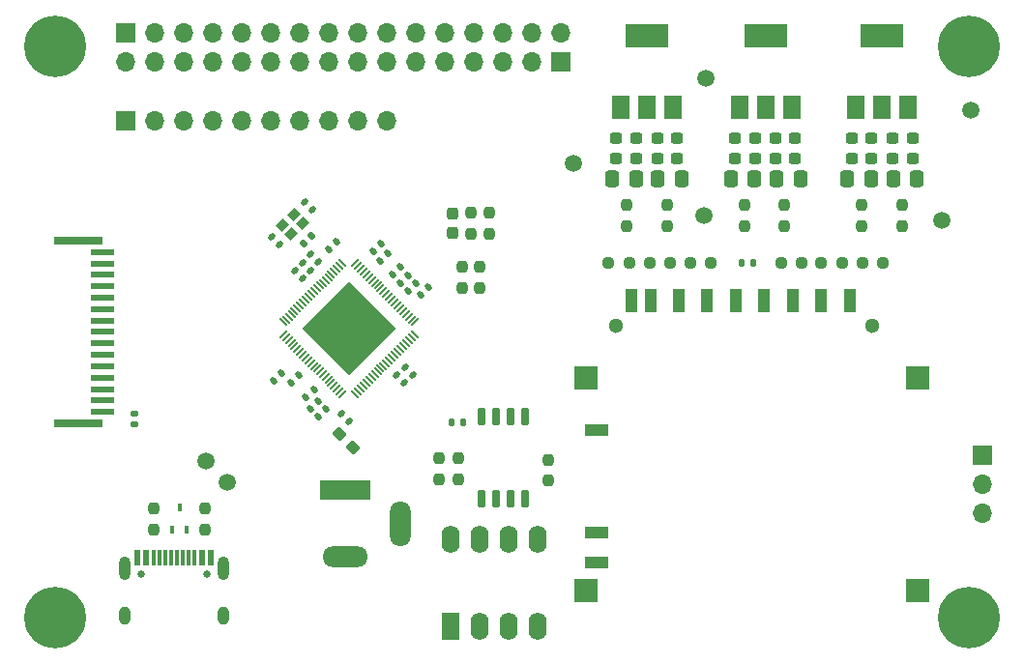
<source format=gbr>
%TF.GenerationSoftware,KiCad,Pcbnew,(6.0.6-0)*%
%TF.CreationDate,2023-04-01T16:22:28+01:00*%
%TF.ProjectId,Teacup,54656163-7570-42e6-9b69-6361645f7063,A*%
%TF.SameCoordinates,Original*%
%TF.FileFunction,Soldermask,Top*%
%TF.FilePolarity,Negative*%
%FSLAX46Y46*%
G04 Gerber Fmt 4.6, Leading zero omitted, Abs format (unit mm)*
G04 Created by KiCad (PCBNEW (6.0.6-0)) date 2023-04-01 16:22:28*
%MOMM*%
%LPD*%
G01*
G04 APERTURE LIST*
G04 Aperture macros list*
%AMRoundRect*
0 Rectangle with rounded corners*
0 $1 Rounding radius*
0 $2 $3 $4 $5 $6 $7 $8 $9 X,Y pos of 4 corners*
0 Add a 4 corners polygon primitive as box body*
4,1,4,$2,$3,$4,$5,$6,$7,$8,$9,$2,$3,0*
0 Add four circle primitives for the rounded corners*
1,1,$1+$1,$2,$3*
1,1,$1+$1,$4,$5*
1,1,$1+$1,$6,$7*
1,1,$1+$1,$8,$9*
0 Add four rect primitives between the rounded corners*
20,1,$1+$1,$2,$3,$4,$5,0*
20,1,$1+$1,$4,$5,$6,$7,0*
20,1,$1+$1,$6,$7,$8,$9,0*
20,1,$1+$1,$8,$9,$2,$3,0*%
%AMRotRect*
0 Rectangle, with rotation*
0 The origin of the aperture is its center*
0 $1 length*
0 $2 width*
0 $3 Rotation angle, in degrees counterclockwise*
0 Add horizontal line*
21,1,$1,$2,0,0,$3*%
G04 Aperture macros list end*
%ADD10RoundRect,0.237500X-0.237500X0.300000X-0.237500X-0.300000X0.237500X-0.300000X0.237500X0.300000X0*%
%ADD11RoundRect,0.237500X-0.300000X-0.237500X0.300000X-0.237500X0.300000X0.237500X-0.300000X0.237500X0*%
%ADD12C,1.500000*%
%ADD13RoundRect,0.140000X-0.219203X-0.021213X-0.021213X-0.219203X0.219203X0.021213X0.021213X0.219203X0*%
%ADD14R,1.500000X2.000000*%
%ADD15R,3.800000X2.000000*%
%ADD16C,0.800000*%
%ADD17C,5.400000*%
%ADD18RoundRect,0.250000X-0.337500X-0.475000X0.337500X-0.475000X0.337500X0.475000X-0.337500X0.475000X0*%
%ADD19RoundRect,0.140000X0.219203X0.021213X0.021213X0.219203X-0.219203X-0.021213X-0.021213X-0.219203X0*%
%ADD20RoundRect,0.237500X0.237500X-0.250000X0.237500X0.250000X-0.237500X0.250000X-0.237500X-0.250000X0*%
%ADD21RoundRect,0.237500X-0.237500X0.250000X-0.237500X-0.250000X0.237500X-0.250000X0.237500X0.250000X0*%
%ADD22R,1.700000X1.700000*%
%ADD23O,1.700000X1.700000*%
%ADD24RoundRect,0.250000X0.337500X0.475000X-0.337500X0.475000X-0.337500X-0.475000X0.337500X-0.475000X0*%
%ADD25RoundRect,0.237500X-0.250000X-0.237500X0.250000X-0.237500X0.250000X0.237500X-0.250000X0.237500X0*%
%ADD26RoundRect,0.237500X0.300000X0.237500X-0.300000X0.237500X-0.300000X-0.237500X0.300000X-0.237500X0*%
%ADD27RoundRect,0.140000X0.021213X-0.219203X0.219203X-0.021213X-0.021213X0.219203X-0.219203X0.021213X0*%
%ADD28C,0.650000*%
%ADD29R,0.600000X1.450000*%
%ADD30R,0.300000X1.450000*%
%ADD31O,1.000000X1.600000*%
%ADD32O,1.000000X2.100000*%
%ADD33R,0.450000X0.700000*%
%ADD34RoundRect,0.237500X0.250000X0.237500X-0.250000X0.237500X-0.250000X-0.237500X0.250000X-0.237500X0*%
%ADD35RoundRect,0.140000X-0.021213X0.219203X-0.219203X0.021213X0.021213X-0.219203X0.219203X-0.021213X0*%
%ADD36RotRect,0.150000X0.850000X45.000000*%
%ADD37RotRect,0.150000X0.850000X315.000000*%
%ADD38RotRect,5.800000X5.800000X315.000000*%
%ADD39RoundRect,0.150000X0.150000X-0.650000X0.150000X0.650000X-0.150000X0.650000X-0.150000X-0.650000X0*%
%ADD40RoundRect,0.140000X0.140000X0.170000X-0.140000X0.170000X-0.140000X-0.170000X0.140000X-0.170000X0*%
%ADD41C,1.300000*%
%ADD42R,1.100000X2.000000*%
%ADD43R,2.000000X1.000000*%
%ADD44R,2.000000X2.000000*%
%ADD45RoundRect,0.237500X-0.380070X0.044194X0.044194X-0.380070X0.380070X-0.044194X-0.044194X0.380070X0*%
%ADD46R,1.600000X2.400000*%
%ADD47O,1.600000X2.400000*%
%ADD48RoundRect,0.140000X-0.170000X0.140000X-0.170000X-0.140000X0.170000X-0.140000X0.170000X0.140000X0*%
%ADD49R,2.000000X0.600000*%
%ADD50R,4.200000X0.700000*%
%ADD51RotRect,0.900000X0.800000X45.000000*%
%ADD52R,4.400000X1.800000*%
%ADD53O,4.000000X1.800000*%
%ADD54O,1.800000X4.000000*%
%ADD55RoundRect,0.135000X0.035355X-0.226274X0.226274X-0.035355X-0.035355X0.226274X-0.226274X0.035355X0*%
%ADD56RoundRect,0.140000X-0.140000X-0.170000X0.140000X-0.170000X0.140000X0.170000X-0.140000X0.170000X0*%
G04 APERTURE END LIST*
D10*
%TO.C,C19*%
X199799999Y-69625000D03*
X199799999Y-71350000D03*
%TD*%
D11*
%TO.C,C2*%
X217737500Y-64800000D03*
X219462500Y-64800000D03*
%TD*%
D12*
%TO.C,TP8*%
X245200000Y-60600000D03*
%TD*%
D13*
%TO.C,C20*%
X183951922Y-71693954D03*
X184630744Y-72372776D03*
%TD*%
D14*
%TO.C,U2*%
X224900000Y-60350000D03*
D15*
X227200000Y-54050000D03*
D14*
X227200000Y-60350000D03*
X229500000Y-60350000D03*
%TD*%
D16*
%TO.C,REF\u002A\u002A*%
X246431891Y-53568109D03*
X245000000Y-52975000D03*
X243568109Y-56431891D03*
X242975000Y-55000000D03*
X245000000Y-57025000D03*
X246431891Y-56431891D03*
D17*
X245000000Y-55000000D03*
D16*
X247025000Y-55000000D03*
X243568109Y-53568109D03*
%TD*%
D18*
%TO.C,C1*%
X217762500Y-66600000D03*
X219837500Y-66600000D03*
%TD*%
D12*
%TO.C,TP6*%
X242600000Y-70200000D03*
%TD*%
D19*
%TO.C,C37*%
X186639411Y-75289411D03*
X185960589Y-74610589D03*
%TD*%
D12*
%TO.C,TP3*%
X178200000Y-91300000D03*
%TD*%
D20*
%TO.C,R2*%
X218600000Y-70712500D03*
X218600000Y-68887500D03*
%TD*%
D21*
%TO.C,R0*%
X202200000Y-74312500D03*
X202200000Y-76137500D03*
%TD*%
D20*
%TO.C,R3*%
X215000000Y-70712500D03*
X215000000Y-68887500D03*
%TD*%
D16*
%TO.C,REF\u002A\u002A*%
X243568109Y-106431891D03*
D17*
X245000000Y-105000000D03*
D16*
X243568109Y-103568109D03*
X246431891Y-103568109D03*
X247025000Y-105000000D03*
X245000000Y-107025000D03*
X242975000Y-105000000D03*
X245000000Y-102975000D03*
X246431891Y-106431891D03*
%TD*%
D22*
%TO.C,J7*%
X209300000Y-56340000D03*
D23*
X206760000Y-56340000D03*
X204220000Y-56340000D03*
X201680000Y-56340000D03*
X199140000Y-56340000D03*
X196600000Y-56340000D03*
X194060000Y-56340000D03*
X191520000Y-56340000D03*
X188980000Y-56340000D03*
X186440000Y-56340000D03*
X183900000Y-56340000D03*
X181360000Y-56340000D03*
X178820000Y-56340000D03*
X176280000Y-56340000D03*
X173740000Y-56340000D03*
X171200000Y-56340000D03*
%TD*%
D22*
%TO.C,J6*%
X171200000Y-53800000D03*
D23*
X173740000Y-53800000D03*
X176280000Y-53800000D03*
X178820000Y-53800000D03*
X181360000Y-53800000D03*
X183900000Y-53800000D03*
X186440000Y-53800000D03*
X188980000Y-53800000D03*
X191520000Y-53800000D03*
X194060000Y-53800000D03*
X196600000Y-53800000D03*
X199140000Y-53800000D03*
X201680000Y-53800000D03*
X204220000Y-53800000D03*
X206760000Y-53800000D03*
X209300000Y-53800000D03*
%TD*%
D24*
%TO.C,C16*%
X240437500Y-66600000D03*
X238362500Y-66600000D03*
%TD*%
D25*
%TO.C,R18*%
X220587500Y-73987500D03*
X222412500Y-73987500D03*
%TD*%
D13*
%TO.C,C21*%
X186855224Y-68612939D03*
X187534046Y-69291761D03*
%TD*%
%TO.C,C38*%
X195660589Y-83110589D03*
X196339411Y-83789411D03*
%TD*%
D12*
%TO.C,TP5*%
X180038478Y-93138478D03*
%TD*%
D25*
%TO.C,R17*%
X228537500Y-73987500D03*
X230362500Y-73987500D03*
%TD*%
D26*
%TO.C,C18*%
X240062500Y-63000000D03*
X238337500Y-63000000D03*
%TD*%
D21*
%TO.C,R13*%
X200300000Y-91087500D03*
X200300000Y-92912500D03*
%TD*%
D20*
%TO.C,R8*%
X235600000Y-70712500D03*
X235600000Y-68887500D03*
%TD*%
D27*
%TO.C,C25*%
X188960589Y-72739411D03*
X189639411Y-72060589D03*
%TD*%
D19*
%TO.C,C30*%
X188039411Y-73889411D03*
X187360589Y-73210589D03*
%TD*%
D25*
%TO.C,R15*%
X235662500Y-73987500D03*
X237487500Y-73987500D03*
%TD*%
D28*
%TO.C,J1*%
X172510000Y-101200000D03*
X178290000Y-101200000D03*
D29*
X172150000Y-99755000D03*
X172950000Y-99755000D03*
D30*
X174150000Y-99755000D03*
X175150000Y-99755000D03*
X175650000Y-99755000D03*
X176650000Y-99755000D03*
D29*
X177850000Y-99755000D03*
X178650000Y-99755000D03*
X178650000Y-99755000D03*
X177850000Y-99755000D03*
D30*
X177150000Y-99755000D03*
X176150000Y-99755000D03*
X174650000Y-99755000D03*
X173650000Y-99755000D03*
D29*
X172950000Y-99755000D03*
X172150000Y-99755000D03*
D31*
X171080000Y-104850000D03*
D32*
X171080000Y-100670000D03*
D31*
X179720000Y-104850000D03*
D32*
X179720000Y-100670000D03*
%TD*%
D11*
%TO.C,C15*%
X234737500Y-63000000D03*
X236462500Y-63000000D03*
%TD*%
D26*
%TO.C,C5*%
X215862500Y-64800000D03*
X214137500Y-64800000D03*
%TD*%
D12*
%TO.C,TP1*%
X221800000Y-69800000D03*
%TD*%
D33*
%TO.C,D1*%
X175225000Y-97350000D03*
X176525000Y-97350000D03*
X175875000Y-95350000D03*
%TD*%
D26*
%TO.C,C12*%
X226262500Y-63000000D03*
X224537500Y-63000000D03*
%TD*%
D34*
%TO.C,R19*%
X218862500Y-73987500D03*
X217037500Y-73987500D03*
%TD*%
D35*
%TO.C,C43*%
X188689411Y-86760589D03*
X188010589Y-87439411D03*
%TD*%
%TO.C,C44*%
X184789411Y-83610589D03*
X184110589Y-84289411D03*
%TD*%
D36*
%TO.C,IC1*%
X190151992Y-73954757D03*
X189904505Y-74202245D03*
X189657017Y-74449732D03*
X189409530Y-74697220D03*
X189162043Y-74944707D03*
X188914555Y-75192194D03*
X188667068Y-75439682D03*
X188419581Y-75687169D03*
X188172093Y-75934656D03*
X187924606Y-76182144D03*
X187677119Y-76429631D03*
X187429631Y-76677119D03*
X187182144Y-76924606D03*
X186934656Y-77172093D03*
X186687169Y-77419581D03*
X186439682Y-77667068D03*
X186192194Y-77914555D03*
X185944707Y-78162043D03*
X185697220Y-78409530D03*
X185449732Y-78657017D03*
X185202245Y-78904505D03*
X184954757Y-79151992D03*
D37*
X184954757Y-80248008D03*
X185202245Y-80495495D03*
X185449732Y-80742983D03*
X185697220Y-80990470D03*
X185944707Y-81237957D03*
X186192194Y-81485445D03*
X186439682Y-81732932D03*
X186687169Y-81980419D03*
X186934656Y-82227907D03*
X187182144Y-82475394D03*
X187429631Y-82722881D03*
X187677119Y-82970369D03*
X187924606Y-83217856D03*
X188172093Y-83465344D03*
X188419581Y-83712831D03*
X188667068Y-83960318D03*
X188914555Y-84207806D03*
X189162043Y-84455293D03*
X189409530Y-84702780D03*
X189657017Y-84950268D03*
X189904505Y-85197755D03*
X190151992Y-85445243D03*
D36*
X191248008Y-85445243D03*
X191495495Y-85197755D03*
X191742983Y-84950268D03*
X191990470Y-84702780D03*
X192237957Y-84455293D03*
X192485445Y-84207806D03*
X192732932Y-83960318D03*
X192980419Y-83712831D03*
X193227907Y-83465344D03*
X193475394Y-83217856D03*
X193722881Y-82970369D03*
X193970369Y-82722881D03*
X194217856Y-82475394D03*
X194465344Y-82227907D03*
X194712831Y-81980419D03*
X194960318Y-81732932D03*
X195207806Y-81485445D03*
X195455293Y-81237957D03*
X195702780Y-80990470D03*
X195950268Y-80742983D03*
X196197755Y-80495495D03*
X196445243Y-80248008D03*
D37*
X196445243Y-79151992D03*
X196197755Y-78904505D03*
X195950268Y-78657017D03*
X195702780Y-78409530D03*
X195455293Y-78162043D03*
X195207806Y-77914555D03*
X194960318Y-77667068D03*
X194712831Y-77419581D03*
X194465344Y-77172093D03*
X194217856Y-76924606D03*
X193970369Y-76677119D03*
X193722881Y-76429631D03*
X193475394Y-76182144D03*
X193227907Y-75934656D03*
X192980419Y-75687169D03*
X192732932Y-75439682D03*
X192485445Y-75192194D03*
X192237957Y-74944707D03*
X191990470Y-74697220D03*
X191742983Y-74449732D03*
X191495495Y-74202245D03*
X191248008Y-73954757D03*
D38*
X190700000Y-79700000D03*
%TD*%
D34*
%TO.C,R16*%
X233912500Y-73987500D03*
X232087500Y-73987500D03*
%TD*%
D20*
%TO.C,R12*%
X198600000Y-92912500D03*
X198600000Y-91087500D03*
%TD*%
D14*
%TO.C,U3*%
X235100000Y-60350000D03*
D15*
X237400000Y-54050000D03*
D14*
X237400000Y-60350000D03*
X239700000Y-60350000D03*
%TD*%
D21*
%TO.C,R11*%
X201400000Y-69575000D03*
X201400000Y-71400000D03*
%TD*%
D16*
%TO.C,REF\u002A\u002A*%
X166431891Y-103568109D03*
X165000000Y-102975000D03*
D17*
X165000000Y-105000000D03*
D16*
X167025000Y-105000000D03*
X166431891Y-106431891D03*
X162975000Y-105000000D03*
X163568109Y-103568109D03*
X165000000Y-107025000D03*
X163568109Y-106431891D03*
%TD*%
D18*
%TO.C,C13*%
X234362500Y-66600000D03*
X236437500Y-66600000D03*
%TD*%
D35*
%TO.C,C39*%
X187639411Y-85010589D03*
X186960589Y-85689411D03*
%TD*%
D12*
%TO.C,TP2*%
X210400000Y-65200000D03*
%TD*%
D14*
%TO.C,U1*%
X214500000Y-60350000D03*
X216800000Y-60350000D03*
D15*
X216800000Y-54050000D03*
D14*
X219100000Y-60350000D03*
%TD*%
D11*
%TO.C,C9*%
X228037500Y-63000000D03*
X229762500Y-63000000D03*
%TD*%
D39*
%TO.C,U4*%
X202295000Y-94600000D03*
X203565000Y-94600000D03*
X204835000Y-94600000D03*
X206105000Y-94600000D03*
X206105000Y-87400000D03*
X204835000Y-87400000D03*
X203565000Y-87400000D03*
X202295000Y-87400000D03*
%TD*%
D22*
%TO.C,J5*%
X246200000Y-90800000D03*
D23*
X246200000Y-93340000D03*
X246200000Y-95880000D03*
%TD*%
D21*
%TO.C,R1*%
X200600000Y-74312499D03*
X200600000Y-76137499D03*
%TD*%
D22*
%TO.C,J4*%
X171200000Y-61480000D03*
D23*
X173740000Y-61480000D03*
X176280000Y-61480000D03*
X178820000Y-61480000D03*
X181360000Y-61480000D03*
X183900000Y-61480000D03*
X186440000Y-61480000D03*
X188980000Y-61480000D03*
X191520000Y-61480000D03*
X194060000Y-61480000D03*
%TD*%
D19*
%TO.C,C34*%
X187339411Y-74589411D03*
X186660589Y-73910589D03*
%TD*%
D40*
%TO.C,C23*%
X200680000Y-87950000D03*
X199720000Y-87950000D03*
%TD*%
D41*
%TO.C,J2*%
X214100000Y-79437500D03*
X236500000Y-79437500D03*
D42*
X232075000Y-77237500D03*
X229575000Y-77237500D03*
X227075000Y-77237500D03*
X224575000Y-77237500D03*
X222075000Y-77237500D03*
X219575000Y-77237500D03*
X217150000Y-77237500D03*
X215450000Y-77237500D03*
X234575000Y-77237500D03*
D43*
X212400000Y-88637500D03*
D44*
X211500000Y-102637500D03*
X240500000Y-83987500D03*
X240500000Y-102637500D03*
X211500000Y-83987500D03*
D43*
X212400000Y-100187500D03*
X212400000Y-97587500D03*
%TD*%
D26*
%TO.C,C11*%
X226262500Y-64800000D03*
X224537500Y-64800000D03*
%TD*%
D20*
%TO.C,R9*%
X239200000Y-70712500D03*
X239200000Y-68887500D03*
%TD*%
D27*
%TO.C,C46*%
X196960589Y-76739411D03*
X197639411Y-76060589D03*
%TD*%
%TO.C,C45*%
X193460589Y-73739411D03*
X194139411Y-73060589D03*
%TD*%
D16*
%TO.C,REF\u002A\u002A*%
X167025000Y-55000000D03*
X166431891Y-56431891D03*
X166431891Y-53568109D03*
X163568109Y-53568109D03*
X165000000Y-52975000D03*
X165000000Y-57025000D03*
X162975000Y-55000000D03*
X163568109Y-56431891D03*
D17*
X165000000Y-55000000D03*
%TD*%
D11*
%TO.C,C8*%
X228075000Y-64800000D03*
X229800000Y-64800000D03*
%TD*%
D45*
%TO.C,C22*%
X189890120Y-88940120D03*
X191109880Y-90159880D03*
%TD*%
D26*
%TO.C,C6*%
X215862500Y-63000000D03*
X214137500Y-63000000D03*
%TD*%
%TO.C,C17*%
X240062500Y-64800000D03*
X238337500Y-64800000D03*
%TD*%
D46*
%TO.C,U5*%
X199600000Y-105800000D03*
D47*
X202140000Y-105800000D03*
X204680000Y-105800000D03*
X207220000Y-105800000D03*
X207220000Y-98180000D03*
X204680000Y-98180000D03*
X202140000Y-98180000D03*
X199600000Y-98180000D03*
%TD*%
D13*
%TO.C,C42*%
X194910589Y-83810589D03*
X195589411Y-84489411D03*
%TD*%
D20*
%TO.C,R7*%
X225400000Y-70712500D03*
X225400000Y-68887500D03*
%TD*%
D27*
%TO.C,C41*%
X195210589Y-75689411D03*
X195889411Y-75010589D03*
%TD*%
%TO.C,C26*%
X195910589Y-76389411D03*
X196589411Y-75710589D03*
%TD*%
D35*
%TO.C,C32*%
X186339411Y-83810589D03*
X185660589Y-84489411D03*
%TD*%
D48*
%TO.C,C40*%
X171900000Y-87120000D03*
X171900000Y-88080000D03*
%TD*%
D13*
%TO.C,C31*%
X190010589Y-87160589D03*
X190689411Y-87839411D03*
%TD*%
D49*
%TO.C,J3*%
X169100000Y-73000000D03*
X169100000Y-74000000D03*
X169100000Y-75000000D03*
X169100000Y-76000000D03*
X169100000Y-77000000D03*
X169100000Y-78000000D03*
X169100000Y-79000000D03*
X169100000Y-80000000D03*
X169100000Y-81000000D03*
X169100000Y-82000000D03*
X169100000Y-83000000D03*
X169100000Y-84000000D03*
X169100000Y-85000000D03*
X169100000Y-86000000D03*
X169100000Y-87000000D03*
D50*
X167000000Y-72000000D03*
X167000000Y-88000000D03*
%TD*%
D21*
%TO.C,R10*%
X202999999Y-69575000D03*
X202999999Y-71400000D03*
%TD*%
D20*
%TO.C,R14*%
X208175000Y-93012500D03*
X208175000Y-91187500D03*
%TD*%
D18*
%TO.C,C7*%
X228162500Y-66600000D03*
X230237500Y-66600000D03*
%TD*%
D21*
%TO.C,R5*%
X178100000Y-95487500D03*
X178100000Y-97312500D03*
%TD*%
D35*
%TO.C,C28*%
X187989411Y-86060589D03*
X187310589Y-86739411D03*
%TD*%
D51*
%TO.C,Y1*%
X185652514Y-71450000D03*
X186642463Y-70460051D03*
X185864646Y-69682234D03*
X184874697Y-70672183D03*
%TD*%
D52*
%TO.C,J8*%
X190400000Y-93850000D03*
D53*
X190400000Y-99650000D03*
D54*
X195200000Y-96850000D03*
%TD*%
D27*
%TO.C,C36*%
X192860589Y-72939411D03*
X193539411Y-72260589D03*
%TD*%
D20*
%TO.C,R6*%
X228800000Y-70712500D03*
X228800000Y-68887500D03*
%TD*%
D11*
%TO.C,C14*%
X234737500Y-64800000D03*
X236462500Y-64800000D03*
%TD*%
D55*
%TO.C,R21*%
X186730852Y-72280852D03*
X187452100Y-71559604D03*
%TD*%
D11*
%TO.C,C3*%
X217737500Y-63000000D03*
X219462500Y-63000000D03*
%TD*%
D25*
%TO.C,R20*%
X213437500Y-73987500D03*
X215262500Y-73987500D03*
%TD*%
D12*
%TO.C,TP4*%
X222000000Y-57800000D03*
%TD*%
D21*
%TO.C,R4*%
X173620000Y-95462500D03*
X173620000Y-97287500D03*
%TD*%
D27*
%TO.C,C35*%
X194510589Y-74989411D03*
X195189411Y-74310589D03*
%TD*%
D24*
%TO.C,C10*%
X226237500Y-66600000D03*
X224162500Y-66600000D03*
%TD*%
D56*
%TO.C,C24*%
X225145000Y-73987500D03*
X226105000Y-73987500D03*
%TD*%
D24*
%TO.C,C4*%
X215837500Y-66600000D03*
X213762500Y-66600000D03*
%TD*%
M02*

</source>
